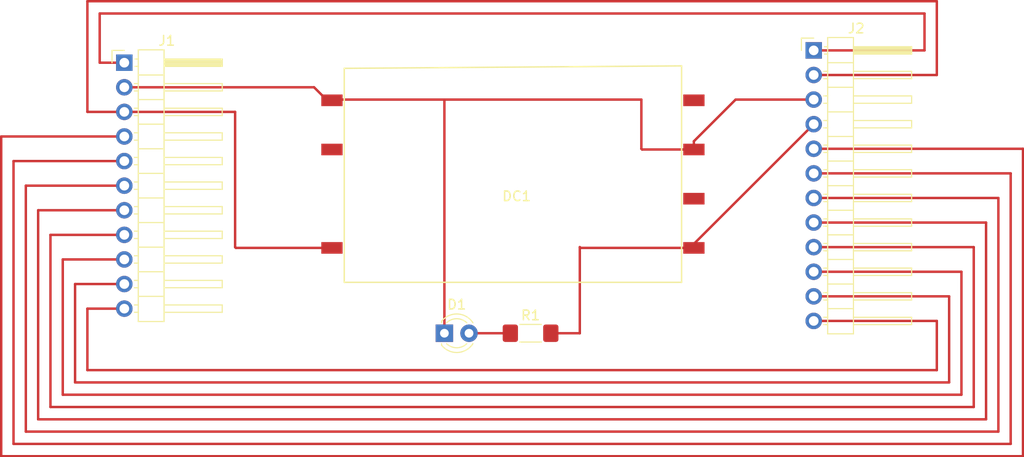
<source format=kicad_pcb>
(kicad_pcb (version 20171130) (host pcbnew "(5.0.2)-1")

  (general
    (thickness 1.6)
    (drawings 0)
    (tracks 75)
    (zones 0)
    (modules 5)
    (nets 17)
  )

  (page A4)
  (layers
    (0 F.Cu signal)
    (31 B.Cu signal)
    (32 B.Adhes user)
    (33 F.Adhes user)
    (34 B.Paste user)
    (35 F.Paste user)
    (36 B.SilkS user)
    (37 F.SilkS user)
    (38 B.Mask user)
    (39 F.Mask user)
    (40 Dwgs.User user)
    (41 Cmts.User user)
    (42 Eco1.User user)
    (43 Eco2.User user)
    (44 Edge.Cuts user)
    (45 Margin user)
    (46 B.CrtYd user)
    (47 F.CrtYd user)
    (48 B.Fab user)
    (49 F.Fab user)
  )

  (setup
    (last_trace_width 0.25)
    (trace_clearance 0.2)
    (zone_clearance 0.508)
    (zone_45_only no)
    (trace_min 0.2)
    (segment_width 0.2)
    (edge_width 0.15)
    (via_size 0.8)
    (via_drill 0.4)
    (via_min_size 0.4)
    (via_min_drill 0.3)
    (uvia_size 0.3)
    (uvia_drill 0.1)
    (uvias_allowed no)
    (uvia_min_size 0.2)
    (uvia_min_drill 0.1)
    (pcb_text_width 0.3)
    (pcb_text_size 1.5 1.5)
    (mod_edge_width 0.15)
    (mod_text_size 1 1)
    (mod_text_width 0.15)
    (pad_size 1.524 1.524)
    (pad_drill 0.762)
    (pad_to_mask_clearance 0.051)
    (solder_mask_min_width 0.25)
    (aux_axis_origin 0 0)
    (visible_elements 7FFFFFFF)
    (pcbplotparams
      (layerselection 0x010fc_ffffffff)
      (usegerberextensions false)
      (usegerberattributes false)
      (usegerberadvancedattributes false)
      (creategerberjobfile false)
      (excludeedgelayer true)
      (linewidth 0.100000)
      (plotframeref false)
      (viasonmask false)
      (mode 1)
      (useauxorigin false)
      (hpglpennumber 1)
      (hpglpenspeed 20)
      (hpglpendiameter 15.000000)
      (psnegative false)
      (psa4output false)
      (plotreference true)
      (plotvalue true)
      (plotinvisibletext false)
      (padsonsilk false)
      (subtractmaskfromsilk false)
      (outputformat 1)
      (mirror false)
      (drillshape 1)
      (scaleselection 1)
      (outputdirectory ""))
  )

  (net 0 "")
  (net 1 GND)
  (net 2 "Net-(D1-Pad2)")
  (net 3 "Net-(DC1-Pad1)")
  (net 4 "Net-(DC1-Pad2)")
  (net 5 "Net-(DC1-Pad7)")
  (net 6 "Net-(DC1-Pad4)")
  (net 7 "Net-(DC1-Pad6)")
  (net 8 "Net-(J1-Pad1)")
  (net 9 "Net-(J1-Pad4)")
  (net 10 "Net-(J1-Pad5)")
  (net 11 "Net-(J1-Pad6)")
  (net 12 "Net-(J1-Pad7)")
  (net 13 "Net-(J1-Pad8)")
  (net 14 "Net-(J1-Pad9)")
  (net 15 "Net-(J1-Pad10)")
  (net 16 "Net-(J1-Pad11)")

  (net_class Default "This is the default net class."
    (clearance 0.2)
    (trace_width 0.25)
    (via_dia 0.8)
    (via_drill 0.4)
    (uvia_dia 0.3)
    (uvia_drill 0.1)
    (add_net GND)
    (add_net "Net-(D1-Pad2)")
    (add_net "Net-(DC1-Pad1)")
    (add_net "Net-(DC1-Pad2)")
    (add_net "Net-(DC1-Pad4)")
    (add_net "Net-(DC1-Pad6)")
    (add_net "Net-(DC1-Pad7)")
    (add_net "Net-(J1-Pad1)")
    (add_net "Net-(J1-Pad10)")
    (add_net "Net-(J1-Pad11)")
    (add_net "Net-(J1-Pad4)")
    (add_net "Net-(J1-Pad5)")
    (add_net "Net-(J1-Pad6)")
    (add_net "Net-(J1-Pad7)")
    (add_net "Net-(J1-Pad8)")
    (add_net "Net-(J1-Pad9)")
  )

  (module TR_Library:445-2487-ND (layer F.Cu) (tedit 5C570945) (tstamp 5C763A2F)
    (at 115.146 100.405001)
    (path /5C59FA59)
    (fp_text reference DC1 (at 18.034 -9.144) (layer F.SilkS)
      (effects (font (size 1 1) (thickness 0.15)))
    )
    (fp_text value CC6-1205SR-E (at 18.034 -14.224) (layer F.Fab)
      (effects (font (size 1 1) (thickness 0.15)))
    )
    (fp_line (start 0.254 -22.352) (end 35.052 -22.606) (layer F.SilkS) (width 0.15))
    (fp_line (start 35.052 -22.606) (end 35.052 -0.254) (layer F.SilkS) (width 0.15))
    (fp_line (start 35.052 -0.254) (end 0.254 -0.254) (layer F.SilkS) (width 0.15))
    (fp_line (start 0.254 -0.254) (end 0.254 -22.352) (layer F.SilkS) (width 0.15))
    (fp_line (start 0 0) (end 0 -22.606) (layer F.CrtYd) (width 0.15))
    (fp_line (start 0 -22.606) (end 35.306 -22.86) (layer F.CrtYd) (width 0.15))
    (fp_line (start 35.306 -22.86) (end 35.306 0) (layer F.CrtYd) (width 0.15))
    (fp_line (start 35.306 0) (end 0 0) (layer F.CrtYd) (width 0.15))
    (pad 1 smd rect (at -1.016 -3.81) (size 2.2 1.2) (layers F.Cu F.Paste F.Mask)
      (net 3 "Net-(DC1-Pad1)"))
    (pad 2 smd rect (at -1.016 -13.97) (size 2.2 1.2) (layers F.Cu F.Paste F.Mask)
      (net 4 "Net-(DC1-Pad2)"))
    (pad 3 smd rect (at -1.016 -19.05) (size 2.2 1.2) (layers F.Cu F.Paste F.Mask)
      (net 1 GND))
    (pad 7 smd rect (at 36.322 -3.81) (size 2.2 1.2) (layers F.Cu F.Paste F.Mask)
      (net 5 "Net-(DC1-Pad7)"))
    (pad 4 smd rect (at 36.322 -19.05) (size 2.2 1.2) (layers F.Cu F.Paste F.Mask)
      (net 6 "Net-(DC1-Pad4)"))
    (pad 5 smd rect (at 36.322 -13.97) (size 2.2 1.2) (layers F.Cu F.Paste F.Mask)
      (net 1 GND))
    (pad 6 smd rect (at 36.322 -8.89) (size 2.2 1.2) (layers F.Cu F.Paste F.Mask)
      (net 7 "Net-(DC1-Pad6)"))
  )

  (module LED_THT:LED_D3.0mm (layer F.Cu) (tedit 587A3A7B) (tstamp 5C763A1C)
    (at 125.73 105.41)
    (descr "LED, diameter 3.0mm, 2 pins")
    (tags "LED diameter 3.0mm 2 pins")
    (path /5C59FBDA)
    (fp_text reference D1 (at 1.27 -2.96) (layer F.SilkS)
      (effects (font (size 1 1) (thickness 0.15)))
    )
    (fp_text value LED (at 1.27 2.96) (layer F.Fab)
      (effects (font (size 1 1) (thickness 0.15)))
    )
    (fp_arc (start 1.27 0) (end -0.23 -1.16619) (angle 284.3) (layer F.Fab) (width 0.1))
    (fp_arc (start 1.27 0) (end -0.29 -1.235516) (angle 108.8) (layer F.SilkS) (width 0.12))
    (fp_arc (start 1.27 0) (end -0.29 1.235516) (angle -108.8) (layer F.SilkS) (width 0.12))
    (fp_arc (start 1.27 0) (end 0.229039 -1.08) (angle 87.9) (layer F.SilkS) (width 0.12))
    (fp_arc (start 1.27 0) (end 0.229039 1.08) (angle -87.9) (layer F.SilkS) (width 0.12))
    (fp_circle (center 1.27 0) (end 2.77 0) (layer F.Fab) (width 0.1))
    (fp_line (start -0.23 -1.16619) (end -0.23 1.16619) (layer F.Fab) (width 0.1))
    (fp_line (start -0.29 -1.236) (end -0.29 -1.08) (layer F.SilkS) (width 0.12))
    (fp_line (start -0.29 1.08) (end -0.29 1.236) (layer F.SilkS) (width 0.12))
    (fp_line (start -1.15 -2.25) (end -1.15 2.25) (layer F.CrtYd) (width 0.05))
    (fp_line (start -1.15 2.25) (end 3.7 2.25) (layer F.CrtYd) (width 0.05))
    (fp_line (start 3.7 2.25) (end 3.7 -2.25) (layer F.CrtYd) (width 0.05))
    (fp_line (start 3.7 -2.25) (end -1.15 -2.25) (layer F.CrtYd) (width 0.05))
    (pad 1 thru_hole rect (at 0 0) (size 1.8 1.8) (drill 0.9) (layers *.Cu *.Mask)
      (net 1 GND))
    (pad 2 thru_hole circle (at 2.54 0) (size 1.8 1.8) (drill 0.9) (layers *.Cu *.Mask)
      (net 2 "Net-(D1-Pad2)"))
    (model ${KISYS3DMOD}/LED_THT.3dshapes/LED_D3.0mm.wrl
      (at (xyz 0 0 0))
      (scale (xyz 1 1 1))
      (rotate (xyz 0 0 0))
    )
  )

  (module Connector_PinHeader_2.54mm:PinHeader_1x11_P2.54mm_Horizontal (layer F.Cu) (tedit 59FED5CB) (tstamp 5C763AD7)
    (at 92.71 77.47)
    (descr "Through hole angled pin header, 1x11, 2.54mm pitch, 6mm pin length, single row")
    (tags "Through hole angled pin header THT 1x11 2.54mm single row")
    (path /5C5A93DF)
    (fp_text reference J1 (at 4.385 -2.27) (layer F.SilkS)
      (effects (font (size 1 1) (thickness 0.15)))
    )
    (fp_text value Conn_01x11_Female (at 4.385 27.67) (layer F.Fab)
      (effects (font (size 1 1) (thickness 0.15)))
    )
    (fp_line (start 2.135 -1.27) (end 4.04 -1.27) (layer F.Fab) (width 0.1))
    (fp_line (start 4.04 -1.27) (end 4.04 26.67) (layer F.Fab) (width 0.1))
    (fp_line (start 4.04 26.67) (end 1.5 26.67) (layer F.Fab) (width 0.1))
    (fp_line (start 1.5 26.67) (end 1.5 -0.635) (layer F.Fab) (width 0.1))
    (fp_line (start 1.5 -0.635) (end 2.135 -1.27) (layer F.Fab) (width 0.1))
    (fp_line (start -0.32 -0.32) (end 1.5 -0.32) (layer F.Fab) (width 0.1))
    (fp_line (start -0.32 -0.32) (end -0.32 0.32) (layer F.Fab) (width 0.1))
    (fp_line (start -0.32 0.32) (end 1.5 0.32) (layer F.Fab) (width 0.1))
    (fp_line (start 4.04 -0.32) (end 10.04 -0.32) (layer F.Fab) (width 0.1))
    (fp_line (start 10.04 -0.32) (end 10.04 0.32) (layer F.Fab) (width 0.1))
    (fp_line (start 4.04 0.32) (end 10.04 0.32) (layer F.Fab) (width 0.1))
    (fp_line (start -0.32 2.22) (end 1.5 2.22) (layer F.Fab) (width 0.1))
    (fp_line (start -0.32 2.22) (end -0.32 2.86) (layer F.Fab) (width 0.1))
    (fp_line (start -0.32 2.86) (end 1.5 2.86) (layer F.Fab) (width 0.1))
    (fp_line (start 4.04 2.22) (end 10.04 2.22) (layer F.Fab) (width 0.1))
    (fp_line (start 10.04 2.22) (end 10.04 2.86) (layer F.Fab) (width 0.1))
    (fp_line (start 4.04 2.86) (end 10.04 2.86) (layer F.Fab) (width 0.1))
    (fp_line (start -0.32 4.76) (end 1.5 4.76) (layer F.Fab) (width 0.1))
    (fp_line (start -0.32 4.76) (end -0.32 5.4) (layer F.Fab) (width 0.1))
    (fp_line (start -0.32 5.4) (end 1.5 5.4) (layer F.Fab) (width 0.1))
    (fp_line (start 4.04 4.76) (end 10.04 4.76) (layer F.Fab) (width 0.1))
    (fp_line (start 10.04 4.76) (end 10.04 5.4) (layer F.Fab) (width 0.1))
    (fp_line (start 4.04 5.4) (end 10.04 5.4) (layer F.Fab) (width 0.1))
    (fp_line (start -0.32 7.3) (end 1.5 7.3) (layer F.Fab) (width 0.1))
    (fp_line (start -0.32 7.3) (end -0.32 7.94) (layer F.Fab) (width 0.1))
    (fp_line (start -0.32 7.94) (end 1.5 7.94) (layer F.Fab) (width 0.1))
    (fp_line (start 4.04 7.3) (end 10.04 7.3) (layer F.Fab) (width 0.1))
    (fp_line (start 10.04 7.3) (end 10.04 7.94) (layer F.Fab) (width 0.1))
    (fp_line (start 4.04 7.94) (end 10.04 7.94) (layer F.Fab) (width 0.1))
    (fp_line (start -0.32 9.84) (end 1.5 9.84) (layer F.Fab) (width 0.1))
    (fp_line (start -0.32 9.84) (end -0.32 10.48) (layer F.Fab) (width 0.1))
    (fp_line (start -0.32 10.48) (end 1.5 10.48) (layer F.Fab) (width 0.1))
    (fp_line (start 4.04 9.84) (end 10.04 9.84) (layer F.Fab) (width 0.1))
    (fp_line (start 10.04 9.84) (end 10.04 10.48) (layer F.Fab) (width 0.1))
    (fp_line (start 4.04 10.48) (end 10.04 10.48) (layer F.Fab) (width 0.1))
    (fp_line (start -0.32 12.38) (end 1.5 12.38) (layer F.Fab) (width 0.1))
    (fp_line (start -0.32 12.38) (end -0.32 13.02) (layer F.Fab) (width 0.1))
    (fp_line (start -0.32 13.02) (end 1.5 13.02) (layer F.Fab) (width 0.1))
    (fp_line (start 4.04 12.38) (end 10.04 12.38) (layer F.Fab) (width 0.1))
    (fp_line (start 10.04 12.38) (end 10.04 13.02) (layer F.Fab) (width 0.1))
    (fp_line (start 4.04 13.02) (end 10.04 13.02) (layer F.Fab) (width 0.1))
    (fp_line (start -0.32 14.92) (end 1.5 14.92) (layer F.Fab) (width 0.1))
    (fp_line (start -0.32 14.92) (end -0.32 15.56) (layer F.Fab) (width 0.1))
    (fp_line (start -0.32 15.56) (end 1.5 15.56) (layer F.Fab) (width 0.1))
    (fp_line (start 4.04 14.92) (end 10.04 14.92) (layer F.Fab) (width 0.1))
    (fp_line (start 10.04 14.92) (end 10.04 15.56) (layer F.Fab) (width 0.1))
    (fp_line (start 4.04 15.56) (end 10.04 15.56) (layer F.Fab) (width 0.1))
    (fp_line (start -0.32 17.46) (end 1.5 17.46) (layer F.Fab) (width 0.1))
    (fp_line (start -0.32 17.46) (end -0.32 18.1) (layer F.Fab) (width 0.1))
    (fp_line (start -0.32 18.1) (end 1.5 18.1) (layer F.Fab) (width 0.1))
    (fp_line (start 4.04 17.46) (end 10.04 17.46) (layer F.Fab) (width 0.1))
    (fp_line (start 10.04 17.46) (end 10.04 18.1) (layer F.Fab) (width 0.1))
    (fp_line (start 4.04 18.1) (end 10.04 18.1) (layer F.Fab) (width 0.1))
    (fp_line (start -0.32 20) (end 1.5 20) (layer F.Fab) (width 0.1))
    (fp_line (start -0.32 20) (end -0.32 20.64) (layer F.Fab) (width 0.1))
    (fp_line (start -0.32 20.64) (end 1.5 20.64) (layer F.Fab) (width 0.1))
    (fp_line (start 4.04 20) (end 10.04 20) (layer F.Fab) (width 0.1))
    (fp_line (start 10.04 20) (end 10.04 20.64) (layer F.Fab) (width 0.1))
    (fp_line (start 4.04 20.64) (end 10.04 20.64) (layer F.Fab) (width 0.1))
    (fp_line (start -0.32 22.54) (end 1.5 22.54) (layer F.Fab) (width 0.1))
    (fp_line (start -0.32 22.54) (end -0.32 23.18) (layer F.Fab) (width 0.1))
    (fp_line (start -0.32 23.18) (end 1.5 23.18) (layer F.Fab) (width 0.1))
    (fp_line (start 4.04 22.54) (end 10.04 22.54) (layer F.Fab) (width 0.1))
    (fp_line (start 10.04 22.54) (end 10.04 23.18) (layer F.Fab) (width 0.1))
    (fp_line (start 4.04 23.18) (end 10.04 23.18) (layer F.Fab) (width 0.1))
    (fp_line (start -0.32 25.08) (end 1.5 25.08) (layer F.Fab) (width 0.1))
    (fp_line (start -0.32 25.08) (end -0.32 25.72) (layer F.Fab) (width 0.1))
    (fp_line (start -0.32 25.72) (end 1.5 25.72) (layer F.Fab) (width 0.1))
    (fp_line (start 4.04 25.08) (end 10.04 25.08) (layer F.Fab) (width 0.1))
    (fp_line (start 10.04 25.08) (end 10.04 25.72) (layer F.Fab) (width 0.1))
    (fp_line (start 4.04 25.72) (end 10.04 25.72) (layer F.Fab) (width 0.1))
    (fp_line (start 1.44 -1.33) (end 1.44 26.73) (layer F.SilkS) (width 0.12))
    (fp_line (start 1.44 26.73) (end 4.1 26.73) (layer F.SilkS) (width 0.12))
    (fp_line (start 4.1 26.73) (end 4.1 -1.33) (layer F.SilkS) (width 0.12))
    (fp_line (start 4.1 -1.33) (end 1.44 -1.33) (layer F.SilkS) (width 0.12))
    (fp_line (start 4.1 -0.38) (end 10.1 -0.38) (layer F.SilkS) (width 0.12))
    (fp_line (start 10.1 -0.38) (end 10.1 0.38) (layer F.SilkS) (width 0.12))
    (fp_line (start 10.1 0.38) (end 4.1 0.38) (layer F.SilkS) (width 0.12))
    (fp_line (start 4.1 -0.32) (end 10.1 -0.32) (layer F.SilkS) (width 0.12))
    (fp_line (start 4.1 -0.2) (end 10.1 -0.2) (layer F.SilkS) (width 0.12))
    (fp_line (start 4.1 -0.08) (end 10.1 -0.08) (layer F.SilkS) (width 0.12))
    (fp_line (start 4.1 0.04) (end 10.1 0.04) (layer F.SilkS) (width 0.12))
    (fp_line (start 4.1 0.16) (end 10.1 0.16) (layer F.SilkS) (width 0.12))
    (fp_line (start 4.1 0.28) (end 10.1 0.28) (layer F.SilkS) (width 0.12))
    (fp_line (start 1.11 -0.38) (end 1.44 -0.38) (layer F.SilkS) (width 0.12))
    (fp_line (start 1.11 0.38) (end 1.44 0.38) (layer F.SilkS) (width 0.12))
    (fp_line (start 1.44 1.27) (end 4.1 1.27) (layer F.SilkS) (width 0.12))
    (fp_line (start 4.1 2.16) (end 10.1 2.16) (layer F.SilkS) (width 0.12))
    (fp_line (start 10.1 2.16) (end 10.1 2.92) (layer F.SilkS) (width 0.12))
    (fp_line (start 10.1 2.92) (end 4.1 2.92) (layer F.SilkS) (width 0.12))
    (fp_line (start 1.042929 2.16) (end 1.44 2.16) (layer F.SilkS) (width 0.12))
    (fp_line (start 1.042929 2.92) (end 1.44 2.92) (layer F.SilkS) (width 0.12))
    (fp_line (start 1.44 3.81) (end 4.1 3.81) (layer F.SilkS) (width 0.12))
    (fp_line (start 4.1 4.7) (end 10.1 4.7) (layer F.SilkS) (width 0.12))
    (fp_line (start 10.1 4.7) (end 10.1 5.46) (layer F.SilkS) (width 0.12))
    (fp_line (start 10.1 5.46) (end 4.1 5.46) (layer F.SilkS) (width 0.12))
    (fp_line (start 1.042929 4.7) (end 1.44 4.7) (layer F.SilkS) (width 0.12))
    (fp_line (start 1.042929 5.46) (end 1.44 5.46) (layer F.SilkS) (width 0.12))
    (fp_line (start 1.44 6.35) (end 4.1 6.35) (layer F.SilkS) (width 0.12))
    (fp_line (start 4.1 7.24) (end 10.1 7.24) (layer F.SilkS) (width 0.12))
    (fp_line (start 10.1 7.24) (end 10.1 8) (layer F.SilkS) (width 0.12))
    (fp_line (start 10.1 8) (end 4.1 8) (layer F.SilkS) (width 0.12))
    (fp_line (start 1.042929 7.24) (end 1.44 7.24) (layer F.SilkS) (width 0.12))
    (fp_line (start 1.042929 8) (end 1.44 8) (layer F.SilkS) (width 0.12))
    (fp_line (start 1.44 8.89) (end 4.1 8.89) (layer F.SilkS) (width 0.12))
    (fp_line (start 4.1 9.78) (end 10.1 9.78) (layer F.SilkS) (width 0.12))
    (fp_line (start 10.1 9.78) (end 10.1 10.54) (layer F.SilkS) (width 0.12))
    (fp_line (start 10.1 10.54) (end 4.1 10.54) (layer F.SilkS) (width 0.12))
    (fp_line (start 1.042929 9.78) (end 1.44 9.78) (layer F.SilkS) (width 0.12))
    (fp_line (start 1.042929 10.54) (end 1.44 10.54) (layer F.SilkS) (width 0.12))
    (fp_line (start 1.44 11.43) (end 4.1 11.43) (layer F.SilkS) (width 0.12))
    (fp_line (start 4.1 12.32) (end 10.1 12.32) (layer F.SilkS) (width 0.12))
    (fp_line (start 10.1 12.32) (end 10.1 13.08) (layer F.SilkS) (width 0.12))
    (fp_line (start 10.1 13.08) (end 4.1 13.08) (layer F.SilkS) (width 0.12))
    (fp_line (start 1.042929 12.32) (end 1.44 12.32) (layer F.SilkS) (width 0.12))
    (fp_line (start 1.042929 13.08) (end 1.44 13.08) (layer F.SilkS) (width 0.12))
    (fp_line (start 1.44 13.97) (end 4.1 13.97) (layer F.SilkS) (width 0.12))
    (fp_line (start 4.1 14.86) (end 10.1 14.86) (layer F.SilkS) (width 0.12))
    (fp_line (start 10.1 14.86) (end 10.1 15.62) (layer F.SilkS) (width 0.12))
    (fp_line (start 10.1 15.62) (end 4.1 15.62) (layer F.SilkS) (width 0.12))
    (fp_line (start 1.042929 14.86) (end 1.44 14.86) (layer F.SilkS) (width 0.12))
    (fp_line (start 1.042929 15.62) (end 1.44 15.62) (layer F.SilkS) (width 0.12))
    (fp_line (start 1.44 16.51) (end 4.1 16.51) (layer F.SilkS) (width 0.12))
    (fp_line (start 4.1 17.4) (end 10.1 17.4) (layer F.SilkS) (width 0.12))
    (fp_line (start 10.1 17.4) (end 10.1 18.16) (layer F.SilkS) (width 0.12))
    (fp_line (start 10.1 18.16) (end 4.1 18.16) (layer F.SilkS) (width 0.12))
    (fp_line (start 1.042929 17.4) (end 1.44 17.4) (layer F.SilkS) (width 0.12))
    (fp_line (start 1.042929 18.16) (end 1.44 18.16) (layer F.SilkS) (width 0.12))
    (fp_line (start 1.44 19.05) (end 4.1 19.05) (layer F.SilkS) (width 0.12))
    (fp_line (start 4.1 19.94) (end 10.1 19.94) (layer F.SilkS) (width 0.12))
    (fp_line (start 10.1 19.94) (end 10.1 20.7) (layer F.SilkS) (width 0.12))
    (fp_line (start 10.1 20.7) (end 4.1 20.7) (layer F.SilkS) (width 0.12))
    (fp_line (start 1.042929 19.94) (end 1.44 19.94) (layer F.SilkS) (width 0.12))
    (fp_line (start 1.042929 20.7) (end 1.44 20.7) (layer F.SilkS) (width 0.12))
    (fp_line (start 1.44 21.59) (end 4.1 21.59) (layer F.SilkS) (width 0.12))
    (fp_line (start 4.1 22.48) (end 10.1 22.48) (layer F.SilkS) (width 0.12))
    (fp_line (start 10.1 22.48) (end 10.1 23.24) (layer F.SilkS) (width 0.12))
    (fp_line (start 10.1 23.24) (end 4.1 23.24) (layer F.SilkS) (width 0.12))
    (fp_line (start 1.042929 22.48) (end 1.44 22.48) (layer F.SilkS) (width 0.12))
    (fp_line (start 1.042929 23.24) (end 1.44 23.24) (layer F.SilkS) (width 0.12))
    (fp_line (start 1.44 24.13) (end 4.1 24.13) (layer F.SilkS) (width 0.12))
    (fp_line (start 4.1 25.02) (end 10.1 25.02) (layer F.SilkS) (width 0.12))
    (fp_line (start 10.1 25.02) (end 10.1 25.78) (layer F.SilkS) (width 0.12))
    (fp_line (start 10.1 25.78) (end 4.1 25.78) (layer F.SilkS) (width 0.12))
    (fp_line (start 1.042929 25.02) (end 1.44 25.02) (layer F.SilkS) (width 0.12))
    (fp_line (start 1.042929 25.78) (end 1.44 25.78) (layer F.SilkS) (width 0.12))
    (fp_line (start -1.27 0) (end -1.27 -1.27) (layer F.SilkS) (width 0.12))
    (fp_line (start -1.27 -1.27) (end 0 -1.27) (layer F.SilkS) (width 0.12))
    (fp_line (start -1.8 -1.8) (end -1.8 27.2) (layer F.CrtYd) (width 0.05))
    (fp_line (start -1.8 27.2) (end 10.55 27.2) (layer F.CrtYd) (width 0.05))
    (fp_line (start 10.55 27.2) (end 10.55 -1.8) (layer F.CrtYd) (width 0.05))
    (fp_line (start 10.55 -1.8) (end -1.8 -1.8) (layer F.CrtYd) (width 0.05))
    (fp_text user %R (at 2.77 12.7 90) (layer F.Fab)
      (effects (font (size 1 1) (thickness 0.15)))
    )
    (pad 1 thru_hole rect (at 0 0) (size 1.7 1.7) (drill 1) (layers *.Cu *.Mask)
      (net 8 "Net-(J1-Pad1)"))
    (pad 2 thru_hole oval (at 0 2.54) (size 1.7 1.7) (drill 1) (layers *.Cu *.Mask)
      (net 1 GND))
    (pad 3 thru_hole oval (at 0 5.08) (size 1.7 1.7) (drill 1) (layers *.Cu *.Mask)
      (net 3 "Net-(DC1-Pad1)"))
    (pad 4 thru_hole oval (at 0 7.62) (size 1.7 1.7) (drill 1) (layers *.Cu *.Mask)
      (net 9 "Net-(J1-Pad4)"))
    (pad 5 thru_hole oval (at 0 10.16) (size 1.7 1.7) (drill 1) (layers *.Cu *.Mask)
      (net 10 "Net-(J1-Pad5)"))
    (pad 6 thru_hole oval (at 0 12.7) (size 1.7 1.7) (drill 1) (layers *.Cu *.Mask)
      (net 11 "Net-(J1-Pad6)"))
    (pad 7 thru_hole oval (at 0 15.24) (size 1.7 1.7) (drill 1) (layers *.Cu *.Mask)
      (net 12 "Net-(J1-Pad7)"))
    (pad 8 thru_hole oval (at 0 17.78) (size 1.7 1.7) (drill 1) (layers *.Cu *.Mask)
      (net 13 "Net-(J1-Pad8)"))
    (pad 9 thru_hole oval (at 0 20.32) (size 1.7 1.7) (drill 1) (layers *.Cu *.Mask)
      (net 14 "Net-(J1-Pad9)"))
    (pad 10 thru_hole oval (at 0 22.86) (size 1.7 1.7) (drill 1) (layers *.Cu *.Mask)
      (net 15 "Net-(J1-Pad10)"))
    (pad 11 thru_hole oval (at 0 25.4) (size 1.7 1.7) (drill 1) (layers *.Cu *.Mask)
      (net 16 "Net-(J1-Pad11)"))
    (model ${KISYS3DMOD}/Connector_PinHeader_2.54mm.3dshapes/PinHeader_1x11_P2.54mm_Horizontal.wrl
      (at (xyz 0 0 0))
      (scale (xyz 1 1 1))
      (rotate (xyz 0 0 0))
    )
  )

  (module Connector_PinHeader_2.54mm:PinHeader_1x12_P2.54mm_Horizontal (layer F.Cu) (tedit 59FED5CB) (tstamp 5C763B8C)
    (at 163.83 76.2)
    (descr "Through hole angled pin header, 1x12, 2.54mm pitch, 6mm pin length, single row")
    (tags "Through hole angled pin header THT 1x12 2.54mm single row")
    (path /5C5A2B2E)
    (fp_text reference J2 (at 4.385 -2.27) (layer F.SilkS)
      (effects (font (size 1 1) (thickness 0.15)))
    )
    (fp_text value Conn_01x12_Female (at 4.385 30.21) (layer F.Fab)
      (effects (font (size 1 1) (thickness 0.15)))
    )
    (fp_line (start 2.135 -1.27) (end 4.04 -1.27) (layer F.Fab) (width 0.1))
    (fp_line (start 4.04 -1.27) (end 4.04 29.21) (layer F.Fab) (width 0.1))
    (fp_line (start 4.04 29.21) (end 1.5 29.21) (layer F.Fab) (width 0.1))
    (fp_line (start 1.5 29.21) (end 1.5 -0.635) (layer F.Fab) (width 0.1))
    (fp_line (start 1.5 -0.635) (end 2.135 -1.27) (layer F.Fab) (width 0.1))
    (fp_line (start -0.32 -0.32) (end 1.5 -0.32) (layer F.Fab) (width 0.1))
    (fp_line (start -0.32 -0.32) (end -0.32 0.32) (layer F.Fab) (width 0.1))
    (fp_line (start -0.32 0.32) (end 1.5 0.32) (layer F.Fab) (width 0.1))
    (fp_line (start 4.04 -0.32) (end 10.04 -0.32) (layer F.Fab) (width 0.1))
    (fp_line (start 10.04 -0.32) (end 10.04 0.32) (layer F.Fab) (width 0.1))
    (fp_line (start 4.04 0.32) (end 10.04 0.32) (layer F.Fab) (width 0.1))
    (fp_line (start -0.32 2.22) (end 1.5 2.22) (layer F.Fab) (width 0.1))
    (fp_line (start -0.32 2.22) (end -0.32 2.86) (layer F.Fab) (width 0.1))
    (fp_line (start -0.32 2.86) (end 1.5 2.86) (layer F.Fab) (width 0.1))
    (fp_line (start 4.04 2.22) (end 10.04 2.22) (layer F.Fab) (width 0.1))
    (fp_line (start 10.04 2.22) (end 10.04 2.86) (layer F.Fab) (width 0.1))
    (fp_line (start 4.04 2.86) (end 10.04 2.86) (layer F.Fab) (width 0.1))
    (fp_line (start -0.32 4.76) (end 1.5 4.76) (layer F.Fab) (width 0.1))
    (fp_line (start -0.32 4.76) (end -0.32 5.4) (layer F.Fab) (width 0.1))
    (fp_line (start -0.32 5.4) (end 1.5 5.4) (layer F.Fab) (width 0.1))
    (fp_line (start 4.04 4.76) (end 10.04 4.76) (layer F.Fab) (width 0.1))
    (fp_line (start 10.04 4.76) (end 10.04 5.4) (layer F.Fab) (width 0.1))
    (fp_line (start 4.04 5.4) (end 10.04 5.4) (layer F.Fab) (width 0.1))
    (fp_line (start -0.32 7.3) (end 1.5 7.3) (layer F.Fab) (width 0.1))
    (fp_line (start -0.32 7.3) (end -0.32 7.94) (layer F.Fab) (width 0.1))
    (fp_line (start -0.32 7.94) (end 1.5 7.94) (layer F.Fab) (width 0.1))
    (fp_line (start 4.04 7.3) (end 10.04 7.3) (layer F.Fab) (width 0.1))
    (fp_line (start 10.04 7.3) (end 10.04 7.94) (layer F.Fab) (width 0.1))
    (fp_line (start 4.04 7.94) (end 10.04 7.94) (layer F.Fab) (width 0.1))
    (fp_line (start -0.32 9.84) (end 1.5 9.84) (layer F.Fab) (width 0.1))
    (fp_line (start -0.32 9.84) (end -0.32 10.48) (layer F.Fab) (width 0.1))
    (fp_line (start -0.32 10.48) (end 1.5 10.48) (layer F.Fab) (width 0.1))
    (fp_line (start 4.04 9.84) (end 10.04 9.84) (layer F.Fab) (width 0.1))
    (fp_line (start 10.04 9.84) (end 10.04 10.48) (layer F.Fab) (width 0.1))
    (fp_line (start 4.04 10.48) (end 10.04 10.48) (layer F.Fab) (width 0.1))
    (fp_line (start -0.32 12.38) (end 1.5 12.38) (layer F.Fab) (width 0.1))
    (fp_line (start -0.32 12.38) (end -0.32 13.02) (layer F.Fab) (width 0.1))
    (fp_line (start -0.32 13.02) (end 1.5 13.02) (layer F.Fab) (width 0.1))
    (fp_line (start 4.04 12.38) (end 10.04 12.38) (layer F.Fab) (width 0.1))
    (fp_line (start 10.04 12.38) (end 10.04 13.02) (layer F.Fab) (width 0.1))
    (fp_line (start 4.04 13.02) (end 10.04 13.02) (layer F.Fab) (width 0.1))
    (fp_line (start -0.32 14.92) (end 1.5 14.92) (layer F.Fab) (width 0.1))
    (fp_line (start -0.32 14.92) (end -0.32 15.56) (layer F.Fab) (width 0.1))
    (fp_line (start -0.32 15.56) (end 1.5 15.56) (layer F.Fab) (width 0.1))
    (fp_line (start 4.04 14.92) (end 10.04 14.92) (layer F.Fab) (width 0.1))
    (fp_line (start 10.04 14.92) (end 10.04 15.56) (layer F.Fab) (width 0.1))
    (fp_line (start 4.04 15.56) (end 10.04 15.56) (layer F.Fab) (width 0.1))
    (fp_line (start -0.32 17.46) (end 1.5 17.46) (layer F.Fab) (width 0.1))
    (fp_line (start -0.32 17.46) (end -0.32 18.1) (layer F.Fab) (width 0.1))
    (fp_line (start -0.32 18.1) (end 1.5 18.1) (layer F.Fab) (width 0.1))
    (fp_line (start 4.04 17.46) (end 10.04 17.46) (layer F.Fab) (width 0.1))
    (fp_line (start 10.04 17.46) (end 10.04 18.1) (layer F.Fab) (width 0.1))
    (fp_line (start 4.04 18.1) (end 10.04 18.1) (layer F.Fab) (width 0.1))
    (fp_line (start -0.32 20) (end 1.5 20) (layer F.Fab) (width 0.1))
    (fp_line (start -0.32 20) (end -0.32 20.64) (layer F.Fab) (width 0.1))
    (fp_line (start -0.32 20.64) (end 1.5 20.64) (layer F.Fab) (width 0.1))
    (fp_line (start 4.04 20) (end 10.04 20) (layer F.Fab) (width 0.1))
    (fp_line (start 10.04 20) (end 10.04 20.64) (layer F.Fab) (width 0.1))
    (fp_line (start 4.04 20.64) (end 10.04 20.64) (layer F.Fab) (width 0.1))
    (fp_line (start -0.32 22.54) (end 1.5 22.54) (layer F.Fab) (width 0.1))
    (fp_line (start -0.32 22.54) (end -0.32 23.18) (layer F.Fab) (width 0.1))
    (fp_line (start -0.32 23.18) (end 1.5 23.18) (layer F.Fab) (width 0.1))
    (fp_line (start 4.04 22.54) (end 10.04 22.54) (layer F.Fab) (width 0.1))
    (fp_line (start 10.04 22.54) (end 10.04 23.18) (layer F.Fab) (width 0.1))
    (fp_line (start 4.04 23.18) (end 10.04 23.18) (layer F.Fab) (width 0.1))
    (fp_line (start -0.32 25.08) (end 1.5 25.08) (layer F.Fab) (width 0.1))
    (fp_line (start -0.32 25.08) (end -0.32 25.72) (layer F.Fab) (width 0.1))
    (fp_line (start -0.32 25.72) (end 1.5 25.72) (layer F.Fab) (width 0.1))
    (fp_line (start 4.04 25.08) (end 10.04 25.08) (layer F.Fab) (width 0.1))
    (fp_line (start 10.04 25.08) (end 10.04 25.72) (layer F.Fab) (width 0.1))
    (fp_line (start 4.04 25.72) (end 10.04 25.72) (layer F.Fab) (width 0.1))
    (fp_line (start -0.32 27.62) (end 1.5 27.62) (layer F.Fab) (width 0.1))
    (fp_line (start -0.32 27.62) (end -0.32 28.26) (layer F.Fab) (width 0.1))
    (fp_line (start -0.32 28.26) (end 1.5 28.26) (layer F.Fab) (width 0.1))
    (fp_line (start 4.04 27.62) (end 10.04 27.62) (layer F.Fab) (width 0.1))
    (fp_line (start 10.04 27.62) (end 10.04 28.26) (layer F.Fab) (width 0.1))
    (fp_line (start 4.04 28.26) (end 10.04 28.26) (layer F.Fab) (width 0.1))
    (fp_line (start 1.44 -1.33) (end 1.44 29.27) (layer F.SilkS) (width 0.12))
    (fp_line (start 1.44 29.27) (end 4.1 29.27) (layer F.SilkS) (width 0.12))
    (fp_line (start 4.1 29.27) (end 4.1 -1.33) (layer F.SilkS) (width 0.12))
    (fp_line (start 4.1 -1.33) (end 1.44 -1.33) (layer F.SilkS) (width 0.12))
    (fp_line (start 4.1 -0.38) (end 10.1 -0.38) (layer F.SilkS) (width 0.12))
    (fp_line (start 10.1 -0.38) (end 10.1 0.38) (layer F.SilkS) (width 0.12))
    (fp_line (start 10.1 0.38) (end 4.1 0.38) (layer F.SilkS) (width 0.12))
    (fp_line (start 4.1 -0.32) (end 10.1 -0.32) (layer F.SilkS) (width 0.12))
    (fp_line (start 4.1 -0.2) (end 10.1 -0.2) (layer F.SilkS) (width 0.12))
    (fp_line (start 4.1 -0.08) (end 10.1 -0.08) (layer F.SilkS) (width 0.12))
    (fp_line (start 4.1 0.04) (end 10.1 0.04) (layer F.SilkS) (width 0.12))
    (fp_line (start 4.1 0.16) (end 10.1 0.16) (layer F.SilkS) (width 0.12))
    (fp_line (start 4.1 0.28) (end 10.1 0.28) (layer F.SilkS) (width 0.12))
    (fp_line (start 1.11 -0.38) (end 1.44 -0.38) (layer F.SilkS) (width 0.12))
    (fp_line (start 1.11 0.38) (end 1.44 0.38) (layer F.SilkS) (width 0.12))
    (fp_line (start 1.44 1.27) (end 4.1 1.27) (layer F.SilkS) (width 0.12))
    (fp_line (start 4.1 2.16) (end 10.1 2.16) (layer F.SilkS) (width 0.12))
    (fp_line (start 10.1 2.16) (end 10.1 2.92) (layer F.SilkS) (width 0.12))
    (fp_line (start 10.1 2.92) (end 4.1 2.92) (layer F.SilkS) (width 0.12))
    (fp_line (start 1.042929 2.16) (end 1.44 2.16) (layer F.SilkS) (width 0.12))
    (fp_line (start 1.042929 2.92) (end 1.44 2.92) (layer F.SilkS) (width 0.12))
    (fp_line (start 1.44 3.81) (end 4.1 3.81) (layer F.SilkS) (width 0.12))
    (fp_line (start 4.1 4.7) (end 10.1 4.7) (layer F.SilkS) (width 0.12))
    (fp_line (start 10.1 4.7) (end 10.1 5.46) (layer F.SilkS) (width 0.12))
    (fp_line (start 10.1 5.46) (end 4.1 5.46) (layer F.SilkS) (width 0.12))
    (fp_line (start 1.042929 4.7) (end 1.44 4.7) (layer F.SilkS) (width 0.12))
    (fp_line (start 1.042929 5.46) (end 1.44 5.46) (layer F.SilkS) (width 0.12))
    (fp_line (start 1.44 6.35) (end 4.1 6.35) (layer F.SilkS) (width 0.12))
    (fp_line (start 4.1 7.24) (end 10.1 7.24) (layer F.SilkS) (width 0.12))
    (fp_line (start 10.1 7.24) (end 10.1 8) (layer F.SilkS) (width 0.12))
    (fp_line (start 10.1 8) (end 4.1 8) (layer F.SilkS) (width 0.12))
    (fp_line (start 1.042929 7.24) (end 1.44 7.24) (layer F.SilkS) (width 0.12))
    (fp_line (start 1.042929 8) (end 1.44 8) (layer F.SilkS) (width 0.12))
    (fp_line (start 1.44 8.89) (end 4.1 8.89) (layer F.SilkS) (width 0.12))
    (fp_line (start 4.1 9.78) (end 10.1 9.78) (layer F.SilkS) (width 0.12))
    (fp_line (start 10.1 9.78) (end 10.1 10.54) (layer F.SilkS) (width 0.12))
    (fp_line (start 10.1 10.54) (end 4.1 10.54) (layer F.SilkS) (width 0.12))
    (fp_line (start 1.042929 9.78) (end 1.44 9.78) (layer F.SilkS) (width 0.12))
    (fp_line (start 1.042929 10.54) (end 1.44 10.54) (layer F.SilkS) (width 0.12))
    (fp_line (start 1.44 11.43) (end 4.1 11.43) (layer F.SilkS) (width 0.12))
    (fp_line (start 4.1 12.32) (end 10.1 12.32) (layer F.SilkS) (width 0.12))
    (fp_line (start 10.1 12.32) (end 10.1 13.08) (layer F.SilkS) (width 0.12))
    (fp_line (start 10.1 13.08) (end 4.1 13.08) (layer F.SilkS) (width 0.12))
    (fp_line (start 1.042929 12.32) (end 1.44 12.32) (layer F.SilkS) (width 0.12))
    (fp_line (start 1.042929 13.08) (end 1.44 13.08) (layer F.SilkS) (width 0.12))
    (fp_line (start 1.44 13.97) (end 4.1 13.97) (layer F.SilkS) (width 0.12))
    (fp_line (start 4.1 14.86) (end 10.1 14.86) (layer F.SilkS) (width 0.12))
    (fp_line (start 10.1 14.86) (end 10.1 15.62) (layer F.SilkS) (width 0.12))
    (fp_line (start 10.1 15.62) (end 4.1 15.62) (layer F.SilkS) (width 0.12))
    (fp_line (start 1.042929 14.86) (end 1.44 14.86) (layer F.SilkS) (width 0.12))
    (fp_line (start 1.042929 15.62) (end 1.44 15.62) (layer F.SilkS) (width 0.12))
    (fp_line (start 1.44 16.51) (end 4.1 16.51) (layer F.SilkS) (width 0.12))
    (fp_line (start 4.1 17.4) (end 10.1 17.4) (layer F.SilkS) (width 0.12))
    (fp_line (start 10.1 17.4) (end 10.1 18.16) (layer F.SilkS) (width 0.12))
    (fp_line (start 10.1 18.16) (end 4.1 18.16) (layer F.SilkS) (width 0.12))
    (fp_line (start 1.042929 17.4) (end 1.44 17.4) (layer F.SilkS) (width 0.12))
    (fp_line (start 1.042929 18.16) (end 1.44 18.16) (layer F.SilkS) (width 0.12))
    (fp_line (start 1.44 19.05) (end 4.1 19.05) (layer F.SilkS) (width 0.12))
    (fp_line (start 4.1 19.94) (end 10.1 19.94) (layer F.SilkS) (width 0.12))
    (fp_line (start 10.1 19.94) (end 10.1 20.7) (layer F.SilkS) (width 0.12))
    (fp_line (start 10.1 20.7) (end 4.1 20.7) (layer F.SilkS) (width 0.12))
    (fp_line (start 1.042929 19.94) (end 1.44 19.94) (layer F.SilkS) (width 0.12))
    (fp_line (start 1.042929 20.7) (end 1.44 20.7) (layer F.SilkS) (width 0.12))
    (fp_line (start 1.44 21.59) (end 4.1 21.59) (layer F.SilkS) (width 0.12))
    (fp_line (start 4.1 22.48) (end 10.1 22.48) (layer F.SilkS) (width 0.12))
    (fp_line (start 10.1 22.48) (end 10.1 23.24) (layer F.SilkS) (width 0.12))
    (fp_line (start 10.1 23.24) (end 4.1 23.24) (layer F.SilkS) (width 0.12))
    (fp_line (start 1.042929 22.48) (end 1.44 22.48) (layer F.SilkS) (width 0.12))
    (fp_line (start 1.042929 23.24) (end 1.44 23.24) (layer F.SilkS) (width 0.12))
    (fp_line (start 1.44 24.13) (end 4.1 24.13) (layer F.SilkS) (width 0.12))
    (fp_line (start 4.1 25.02) (end 10.1 25.02) (layer F.SilkS) (width 0.12))
    (fp_line (start 10.1 25.02) (end 10.1 25.78) (layer F.SilkS) (width 0.12))
    (fp_line (start 10.1 25.78) (end 4.1 25.78) (layer F.SilkS) (width 0.12))
    (fp_line (start 1.042929 25.02) (end 1.44 25.02) (layer F.SilkS) (width 0.12))
    (fp_line (start 1.042929 25.78) (end 1.44 25.78) (layer F.SilkS) (width 0.12))
    (fp_line (start 1.44 26.67) (end 4.1 26.67) (layer F.SilkS) (width 0.12))
    (fp_line (start 4.1 27.56) (end 10.1 27.56) (layer F.SilkS) (width 0.12))
    (fp_line (start 10.1 27.56) (end 10.1 28.32) (layer F.SilkS) (width 0.12))
    (fp_line (start 10.1 28.32) (end 4.1 28.32) (layer F.SilkS) (width 0.12))
    (fp_line (start 1.042929 27.56) (end 1.44 27.56) (layer F.SilkS) (width 0.12))
    (fp_line (start 1.042929 28.32) (end 1.44 28.32) (layer F.SilkS) (width 0.12))
    (fp_line (start -1.27 0) (end -1.27 -1.27) (layer F.SilkS) (width 0.12))
    (fp_line (start -1.27 -1.27) (end 0 -1.27) (layer F.SilkS) (width 0.12))
    (fp_line (start -1.8 -1.8) (end -1.8 29.75) (layer F.CrtYd) (width 0.05))
    (fp_line (start -1.8 29.75) (end 10.55 29.75) (layer F.CrtYd) (width 0.05))
    (fp_line (start 10.55 29.75) (end 10.55 -1.8) (layer F.CrtYd) (width 0.05))
    (fp_line (start 10.55 -1.8) (end -1.8 -1.8) (layer F.CrtYd) (width 0.05))
    (fp_text user %R (at 2.77 13.97 90) (layer F.Fab)
      (effects (font (size 1 1) (thickness 0.15)))
    )
    (pad 1 thru_hole rect (at 0 0) (size 1.7 1.7) (drill 1) (layers *.Cu *.Mask)
      (net 8 "Net-(J1-Pad1)"))
    (pad 2 thru_hole oval (at 0 2.54) (size 1.7 1.7) (drill 1) (layers *.Cu *.Mask)
      (net 3 "Net-(DC1-Pad1)"))
    (pad 3 thru_hole oval (at 0 5.08) (size 1.7 1.7) (drill 1) (layers *.Cu *.Mask)
      (net 1 GND))
    (pad 4 thru_hole oval (at 0 7.62) (size 1.7 1.7) (drill 1) (layers *.Cu *.Mask)
      (net 5 "Net-(DC1-Pad7)"))
    (pad 5 thru_hole oval (at 0 10.16) (size 1.7 1.7) (drill 1) (layers *.Cu *.Mask)
      (net 9 "Net-(J1-Pad4)"))
    (pad 6 thru_hole oval (at 0 12.7) (size 1.7 1.7) (drill 1) (layers *.Cu *.Mask)
      (net 10 "Net-(J1-Pad5)"))
    (pad 7 thru_hole oval (at 0 15.24) (size 1.7 1.7) (drill 1) (layers *.Cu *.Mask)
      (net 11 "Net-(J1-Pad6)"))
    (pad 8 thru_hole oval (at 0 17.78) (size 1.7 1.7) (drill 1) (layers *.Cu *.Mask)
      (net 12 "Net-(J1-Pad7)"))
    (pad 9 thru_hole oval (at 0 20.32) (size 1.7 1.7) (drill 1) (layers *.Cu *.Mask)
      (net 13 "Net-(J1-Pad8)"))
    (pad 10 thru_hole oval (at 0 22.86) (size 1.7 1.7) (drill 1) (layers *.Cu *.Mask)
      (net 14 "Net-(J1-Pad9)"))
    (pad 11 thru_hole oval (at 0 25.4) (size 1.7 1.7) (drill 1) (layers *.Cu *.Mask)
      (net 15 "Net-(J1-Pad10)"))
    (pad 12 thru_hole oval (at 0 27.94) (size 1.7 1.7) (drill 1) (layers *.Cu *.Mask)
      (net 16 "Net-(J1-Pad11)"))
    (model ${KISYS3DMOD}/Connector_PinHeader_2.54mm.3dshapes/PinHeader_1x12_P2.54mm_Horizontal.wrl
      (at (xyz 0 0 0))
      (scale (xyz 1 1 1))
      (rotate (xyz 0 0 0))
    )
  )

  (module Resistor_SMD:R_1806_4516Metric_Pad1.57x1.80mm_HandSolder (layer F.Cu) (tedit 5B301BBD) (tstamp 5C763B9D)
    (at 134.62 105.41)
    (descr "Resistor SMD 1806 (4516 Metric), square (rectangular) end terminal, IPC_7351 nominal with elongated pad for handsoldering. (Body size source: https://www.modelithics.com/models/Vendor/MuRata/BLM41P.pdf), generated with kicad-footprint-generator")
    (tags "resistor handsolder")
    (path /5C59FB1B)
    (attr smd)
    (fp_text reference R1 (at 0 -1.85) (layer F.SilkS)
      (effects (font (size 1 1) (thickness 0.15)))
    )
    (fp_text value R_US (at 0 1.85) (layer F.Fab)
      (effects (font (size 1 1) (thickness 0.15)))
    )
    (fp_line (start -2.25 0.8) (end -2.25 -0.8) (layer F.Fab) (width 0.1))
    (fp_line (start -2.25 -0.8) (end 2.25 -0.8) (layer F.Fab) (width 0.1))
    (fp_line (start 2.25 -0.8) (end 2.25 0.8) (layer F.Fab) (width 0.1))
    (fp_line (start 2.25 0.8) (end -2.25 0.8) (layer F.Fab) (width 0.1))
    (fp_line (start -1.111252 -0.91) (end 1.111252 -0.91) (layer F.SilkS) (width 0.12))
    (fp_line (start -1.111252 0.91) (end 1.111252 0.91) (layer F.SilkS) (width 0.12))
    (fp_line (start -3.12 1.15) (end -3.12 -1.15) (layer F.CrtYd) (width 0.05))
    (fp_line (start -3.12 -1.15) (end 3.12 -1.15) (layer F.CrtYd) (width 0.05))
    (fp_line (start 3.12 -1.15) (end 3.12 1.15) (layer F.CrtYd) (width 0.05))
    (fp_line (start 3.12 1.15) (end -3.12 1.15) (layer F.CrtYd) (width 0.05))
    (fp_text user %R (at 0 0) (layer F.Fab)
      (effects (font (size 1 1) (thickness 0.15)))
    )
    (pad 1 smd roundrect (at -2.0875 0) (size 1.575 1.8) (layers F.Cu F.Paste F.Mask) (roundrect_rratio 0.15873)
      (net 2 "Net-(D1-Pad2)"))
    (pad 2 smd roundrect (at 2.0875 0) (size 1.575 1.8) (layers F.Cu F.Paste F.Mask) (roundrect_rratio 0.15873)
      (net 5 "Net-(DC1-Pad7)"))
    (model ${KISYS3DMOD}/Resistor_SMD.3dshapes/R_1806_4516Metric.wrl
      (at (xyz 0 0 0))
      (scale (xyz 1 1 1))
      (rotate (xyz 0 0 0))
    )
  )

  (segment (start 151.468 85.585001) (end 151.468 86.435001) (width 0.25) (layer F.Cu) (net 1))
  (segment (start 155.773001 81.28) (end 151.468 85.585001) (width 0.25) (layer F.Cu) (net 1))
  (segment (start 163.83 81.28) (end 155.773001 81.28) (width 0.25) (layer F.Cu) (net 1))
  (segment (start 113.63 81.355001) (end 114.13 81.355001) (width 0.25) (layer F.Cu) (net 1))
  (segment (start 112.284999 80.01) (end 113.63 81.355001) (width 0.25) (layer F.Cu) (net 1))
  (segment (start 92.71 80.01) (end 112.284999 80.01) (width 0.25) (layer F.Cu) (net 1))
  (segment (start 114.63 81.355001) (end 114.705001 81.28) (width 0.25) (layer F.Cu) (net 1))
  (segment (start 114.13 81.355001) (end 114.63 81.355001) (width 0.25) (layer F.Cu) (net 1))
  (segment (start 114.705001 81.28) (end 125.73 81.28) (width 0.25) (layer F.Cu) (net 1))
  (segment (start 125.73 81.28) (end 125.73 105.41) (width 0.25) (layer F.Cu) (net 1))
  (segment (start 125.73 81.28) (end 146.05 81.28) (width 0.25) (layer F.Cu) (net 1))
  (segment (start 146.05 81.28) (end 146.05 86.36) (width 0.25) (layer F.Cu) (net 1))
  (segment (start 146.125001 86.435001) (end 151.468 86.435001) (width 0.25) (layer F.Cu) (net 1))
  (segment (start 146.05 86.36) (end 146.125001 86.435001) (width 0.25) (layer F.Cu) (net 1))
  (segment (start 128.27 105.41) (end 132.5325 105.41) (width 0.25) (layer F.Cu) (net 2))
  (segment (start 163.83 78.74) (end 176.53 78.74) (width 0.25) (layer F.Cu) (net 3))
  (segment (start 176.53 78.74) (end 176.53 71.12) (width 0.25) (layer F.Cu) (net 3))
  (segment (start 176.53 71.12) (end 88.9 71.12) (width 0.25) (layer F.Cu) (net 3))
  (segment (start 88.9 71.12) (end 88.9 82.55) (width 0.25) (layer F.Cu) (net 3))
  (segment (start 88.9 82.55) (end 92.71 82.55) (width 0.25) (layer F.Cu) (net 3))
  (segment (start 92.71 82.55) (end 104.14 82.55) (width 0.25) (layer F.Cu) (net 3))
  (segment (start 104.14 82.55) (end 104.14 96.52) (width 0.25) (layer F.Cu) (net 3))
  (segment (start 104.215001 96.595001) (end 114.13 96.595001) (width 0.25) (layer F.Cu) (net 3))
  (segment (start 104.14 96.52) (end 104.215001 96.595001) (width 0.25) (layer F.Cu) (net 3))
  (segment (start 151.468 96.182) (end 151.468 96.595001) (width 0.25) (layer F.Cu) (net 5))
  (segment (start 163.83 83.82) (end 151.468 96.182) (width 0.25) (layer F.Cu) (net 5))
  (segment (start 136.7075 105.41) (end 139.7 105.41) (width 0.25) (layer F.Cu) (net 5))
  (segment (start 139.7 105.41) (end 139.7 96.52) (width 0.25) (layer F.Cu) (net 5))
  (segment (start 139.775001 96.595001) (end 151.468 96.595001) (width 0.25) (layer F.Cu) (net 5))
  (segment (start 139.7 96.52) (end 139.775001 96.595001) (width 0.25) (layer F.Cu) (net 5))
  (segment (start 90.17 72.39) (end 175.26 72.39) (width 0.25) (layer F.Cu) (net 8))
  (segment (start 175.26 76.2) (end 163.83 76.2) (width 0.25) (layer F.Cu) (net 8))
  (segment (start 92.71 77.47) (end 90.17 77.47) (width 0.25) (layer F.Cu) (net 8))
  (segment (start 90.17 77.47) (end 90.17 72.39) (width 0.25) (layer F.Cu) (net 8))
  (segment (start 175.26 72.39) (end 175.26 76.2) (width 0.25) (layer F.Cu) (net 8))
  (segment (start 92.71 85.09) (end 80.01 85.09) (width 0.25) (layer F.Cu) (net 9))
  (segment (start 80.01 85.09) (end 80.01 118.11) (width 0.25) (layer F.Cu) (net 9))
  (segment (start 80.01 118.11) (end 185.42 118.11) (width 0.25) (layer F.Cu) (net 9))
  (segment (start 185.42 118.11) (end 185.42 86.36) (width 0.25) (layer F.Cu) (net 9))
  (segment (start 185.42 86.36) (end 163.83 86.36) (width 0.25) (layer F.Cu) (net 9))
  (segment (start 92.71 87.63) (end 81.28 87.63) (width 0.25) (layer F.Cu) (net 10))
  (segment (start 81.28 87.63) (end 81.28 116.84) (width 0.25) (layer F.Cu) (net 10))
  (segment (start 81.28 116.84) (end 184.15 116.84) (width 0.25) (layer F.Cu) (net 10))
  (segment (start 184.15 116.84) (end 184.15 88.9) (width 0.25) (layer F.Cu) (net 10))
  (segment (start 184.15 88.9) (end 163.83 88.9) (width 0.25) (layer F.Cu) (net 10))
  (segment (start 92.71 90.17) (end 82.55 90.17) (width 0.25) (layer F.Cu) (net 11))
  (segment (start 82.55 90.17) (end 82.55 115.57) (width 0.25) (layer F.Cu) (net 11))
  (segment (start 82.55 115.57) (end 182.88 115.57) (width 0.25) (layer F.Cu) (net 11))
  (segment (start 182.88 115.57) (end 182.88 91.44) (width 0.25) (layer F.Cu) (net 11))
  (segment (start 182.88 91.44) (end 163.83 91.44) (width 0.25) (layer F.Cu) (net 11))
  (segment (start 181.61 93.98) (end 163.83 93.98) (width 0.25) (layer F.Cu) (net 12))
  (segment (start 181.61 114.3) (end 181.61 93.98) (width 0.25) (layer F.Cu) (net 12))
  (segment (start 83.82 114.3) (end 181.61 114.3) (width 0.25) (layer F.Cu) (net 12))
  (segment (start 92.71 92.71) (end 83.82 92.71) (width 0.25) (layer F.Cu) (net 12))
  (segment (start 83.82 92.71) (end 83.82 114.3) (width 0.25) (layer F.Cu) (net 12))
  (segment (start 180.34 96.52) (end 163.83 96.52) (width 0.25) (layer F.Cu) (net 13))
  (segment (start 180.34 113.03) (end 180.34 96.52) (width 0.25) (layer F.Cu) (net 13))
  (segment (start 85.09 113.03) (end 180.34 113.03) (width 0.25) (layer F.Cu) (net 13))
  (segment (start 92.71 95.25) (end 85.09 95.25) (width 0.25) (layer F.Cu) (net 13))
  (segment (start 85.09 95.25) (end 85.09 113.03) (width 0.25) (layer F.Cu) (net 13))
  (segment (start 92.71 97.79) (end 86.36 97.79) (width 0.25) (layer F.Cu) (net 14))
  (segment (start 86.36 97.79) (end 86.36 111.76) (width 0.25) (layer F.Cu) (net 14))
  (segment (start 86.36 111.76) (end 179.07 111.76) (width 0.25) (layer F.Cu) (net 14))
  (segment (start 179.07 111.76) (end 179.07 99.06) (width 0.25) (layer F.Cu) (net 14))
  (segment (start 179.07 99.06) (end 163.83 99.06) (width 0.25) (layer F.Cu) (net 14))
  (segment (start 92.71 100.33) (end 87.63 100.33) (width 0.25) (layer F.Cu) (net 15))
  (segment (start 87.63 100.33) (end 87.63 110.49) (width 0.25) (layer F.Cu) (net 15))
  (segment (start 87.63 110.49) (end 177.8 110.49) (width 0.25) (layer F.Cu) (net 15))
  (segment (start 177.8 110.49) (end 177.8 101.6) (width 0.25) (layer F.Cu) (net 15))
  (segment (start 177.8 101.6) (end 163.83 101.6) (width 0.25) (layer F.Cu) (net 15))
  (segment (start 92.71 102.87) (end 88.9 102.87) (width 0.25) (layer F.Cu) (net 16))
  (segment (start 88.9 102.87) (end 88.9 109.22) (width 0.25) (layer F.Cu) (net 16))
  (segment (start 88.9 109.22) (end 176.53 109.22) (width 0.25) (layer F.Cu) (net 16))
  (segment (start 176.53 109.22) (end 176.53 104.14) (width 0.25) (layer F.Cu) (net 16))
  (segment (start 176.53 104.14) (end 163.83 104.14) (width 0.25) (layer F.Cu) (net 16))

)

</source>
